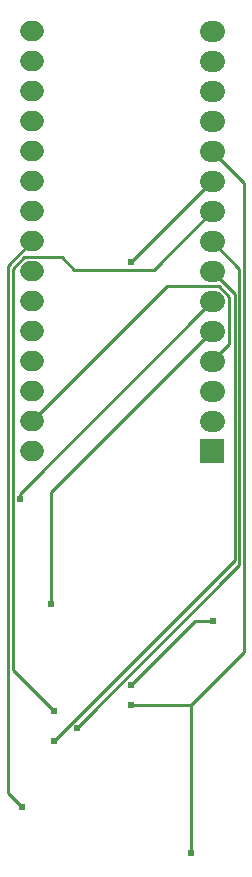
<source format=gbl>
G04 Layer: BottomLayer*
G04 EasyEDA v6.4.25, 2021-11-07T18:49:49+08:00*
G04 17709bb464344bc48104dd2e4a5a7999,bf42d0b733a240ea811a95ecb7acc88b,10*
G04 Gerber Generator version 0.2*
G04 Scale: 100 percent, Rotated: No, Reflected: No *
G04 Dimensions in millimeters *
G04 leading zeros omitted , absolute positions ,4 integer and 5 decimal *
%FSLAX45Y45*%
%MOMM*%

%ADD10C,0.2540*%
%ADD12C,0.6100*%
%ADD19R,2.1000X2.1000*%
%ADD20C,1.7780*%
%ADD21C,1.7000*%

%LPD*%
D10*
X2781429Y3540191D02*
G01*
X2275334Y3540191D01*
X2961998Y8229589D02*
G01*
X3233955Y7957632D01*
X3233955Y3992717D01*
X2781429Y3540191D01*
X2781429Y3540191D02*
G01*
X2781429Y2292822D01*
X2961998Y7975589D02*
G01*
X2275334Y7288926D01*
X2972513Y4253575D02*
G01*
X2819783Y4253575D01*
X2275334Y3709126D01*
X2961998Y7213589D02*
G01*
X3152218Y7023369D01*
X3152218Y4769424D01*
X1620624Y3237829D01*
X2961998Y7467589D02*
G01*
X3193087Y7236500D01*
X3193087Y4723399D01*
X1819683Y3349995D01*
X1620878Y3492159D02*
G01*
X1272186Y3840850D01*
X1272186Y7232385D01*
X1371500Y7331699D01*
X1687248Y7331699D01*
X1791642Y7227305D01*
X2467714Y7227305D01*
X2961998Y7721589D01*
X1437998Y7467589D02*
G01*
X1229540Y7259132D01*
X1229540Y2793558D01*
X1348971Y2674127D01*
X2961998Y6705589D02*
G01*
X1600634Y5344226D01*
X1600634Y4394037D01*
X1334289Y5284866D02*
G01*
X1334289Y5331881D01*
X2961998Y6959589D01*
X1437998Y5943589D02*
G01*
X2580998Y7086589D01*
X3018335Y7086589D01*
X3106905Y6998020D01*
X3106905Y6596496D01*
X2961998Y6451589D01*
D19*
G01*
X2961995Y5689600D03*
D12*
G01*
X1334287Y5284876D03*
G01*
X1600631Y4394047D03*
G01*
X1348968Y2674137D03*
G01*
X1620875Y3492169D03*
G01*
X1819681Y3350005D03*
G01*
X1620621Y3237839D03*
G01*
X2972511Y4253585D03*
G01*
X2275331Y3709136D03*
G01*
X2275331Y7288936D03*
G01*
X2275331Y3540201D03*
G01*
X2781427Y2292832D03*
D20*
X2945894Y5943600D02*
G01*
X2978096Y5943600D01*
X2945894Y6197600D02*
G01*
X2978096Y6197600D01*
X2945894Y6451600D02*
G01*
X2978096Y6451600D01*
X2945894Y6705600D02*
G01*
X2978096Y6705600D01*
X2945894Y6959600D02*
G01*
X2978096Y6959600D01*
X2945894Y7213600D02*
G01*
X2978096Y7213600D01*
X2945894Y7467600D02*
G01*
X2978096Y7467600D01*
X2945894Y7721600D02*
G01*
X2978096Y7721600D01*
X2945894Y7975600D02*
G01*
X2978096Y7975600D01*
X2945894Y8229600D02*
G01*
X2978096Y8229600D01*
X2945894Y8483600D02*
G01*
X2978096Y8483600D01*
X2945894Y8737600D02*
G01*
X2978096Y8737600D01*
X2945894Y8991600D02*
G01*
X2978096Y8991600D01*
X2945894Y9245600D02*
G01*
X2978096Y9245600D01*
D21*
X1417995Y5689600D02*
G01*
X1457995Y5689600D01*
X1417995Y5943600D02*
G01*
X1457995Y5943600D01*
X1417995Y6197600D02*
G01*
X1457995Y6197600D01*
X1417995Y6451600D02*
G01*
X1457995Y6451600D01*
X1417995Y6705600D02*
G01*
X1457995Y6705600D01*
X1417995Y6959600D02*
G01*
X1457995Y6959600D01*
X1417995Y7213600D02*
G01*
X1457995Y7213600D01*
X1417995Y7467600D02*
G01*
X1457995Y7467600D01*
X1417995Y7721600D02*
G01*
X1457995Y7721600D01*
X1417995Y7975600D02*
G01*
X1457995Y7975600D01*
X1417995Y8229600D02*
G01*
X1457995Y8229600D01*
X1417995Y8483600D02*
G01*
X1457995Y8483600D01*
X1417995Y8737600D02*
G01*
X1457995Y8737600D01*
X1417995Y8991600D02*
G01*
X1457995Y8991600D01*
X1417995Y9245600D02*
G01*
X1457995Y9245600D01*
M02*

</source>
